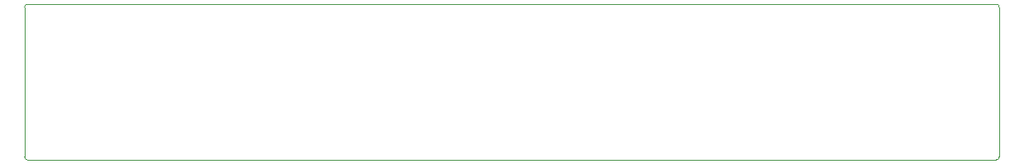
<source format=gbr>
%TF.GenerationSoftware,KiCad,Pcbnew,8.0.1*%
%TF.CreationDate,2024-12-25T00:55:02+09:00*%
%TF.ProjectId,FPC-MD-Main-20240719,4650432d-4d44-42d4-9d61-696e2d323032,rev?*%
%TF.SameCoordinates,Original*%
%TF.FileFunction,Profile,NP*%
%FSLAX46Y46*%
G04 Gerber Fmt 4.6, Leading zero omitted, Abs format (unit mm)*
G04 Created by KiCad (PCBNEW 8.0.1) date 2024-12-25 00:55:02*
%MOMM*%
%LPD*%
G01*
G04 APERTURE LIST*
%TA.AperFunction,Profile*%
%ADD10C,0.050000*%
%TD*%
G04 APERTURE END LIST*
D10*
X300000Y8000000D02*
X99700000Y8000000D01*
X100000000Y-7700000D02*
G75*
G02*
X99700000Y-8000000I-300000J0D01*
G01*
X100000000Y7700000D02*
X100000000Y-7700000D01*
X300000Y-8000000D02*
G75*
G02*
X0Y-7700000I0J300000D01*
G01*
X0Y-7700000D02*
X0Y7700000D01*
X99700000Y-8000000D02*
X300000Y-8000000D01*
X0Y7700000D02*
G75*
G02*
X300000Y8000000I300000J0D01*
G01*
X99700000Y8000000D02*
G75*
G02*
X100000000Y7700000I0J-300000D01*
G01*
M02*

</source>
